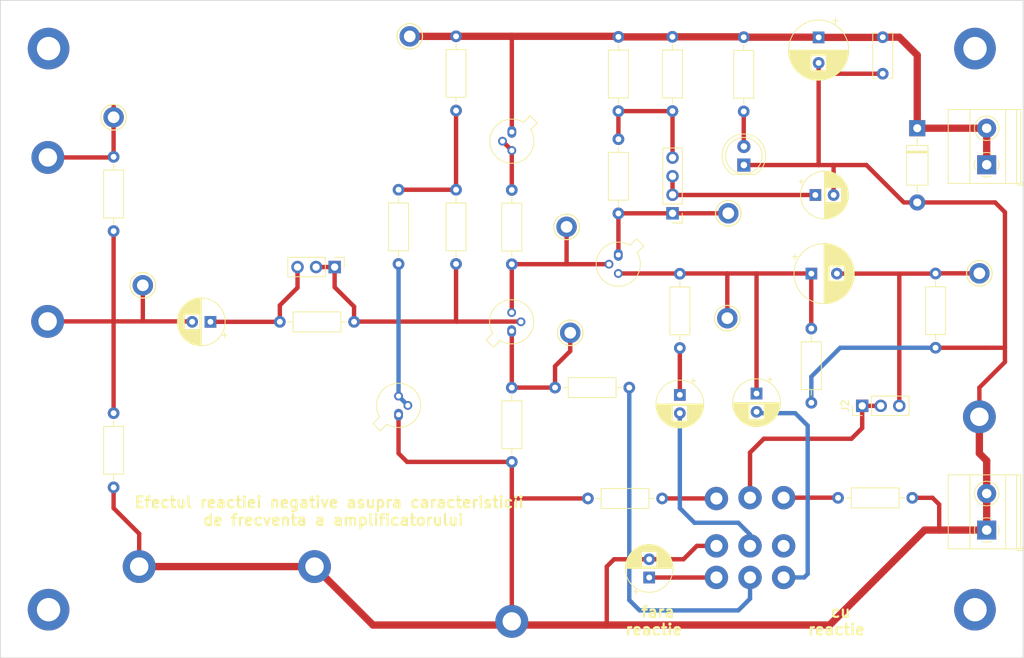
<source format=kicad_pcb>
(kicad_pcb (version 20221018) (generator pcbnew)
  (layers (0 "F.Cu" signal) (31 "B.Cu" signal) (34 "B.Paste" user) (35 "F.Paste" user) (36 "B.SilkS" user "B.Silkscreen") (37 "F.SilkS" user "F.Silkscreen") (38 "B.Mask" user) (39 "F.Mask" user) (44 "Edge.Cuts" user))
  (net 0 "")
  (net 1 "Net-(J1-Pin_3)")
  (net 2 "IN2")
  (net 3 "Net-(Q2-C)")
  (net 4 "Net-(C2-Pad2)")
  (net 5 "Net-(C3-Pad1)")
  (net 6 "GND")
  (net 7 "Net-(C4-Pad1)")
  (net 8 "Net-(C4-Pad2)")
  (net 9 "Net-(J2-Pin_3)")
  (net 10 "Net-(J3-Pin_2)")
  (net 11 "+24V")
  (net 12 "Net-(D1-A)")
  (net 13 "Net-(J1-Pin_1)")
  (net 14 "Net-(J2-Pin_1)")
  (net 15 "Net-(J3-Pin_1)")
  (net 16 "Net-(J3-Pin_4)")
  (net 17 "IN1")
  (net 18 "Net-(Q1-C)")
  (net 19 "Net-(Q1-E)")
  (net 20 "Net-(Q3-B)")
  (net 21 "Net-(Q4-B)")
  (net 22 "Net-(R0XA1-Pad2)")
  (net 23 "Net-(R0XR1-Pad2)")
  (net 24 "Net-(R1-Pad1)")
  (net 25 "Net-(R5-Pad1)")
  (footprint "Resistor_THT:R_Axial_DIN0207_L6.3mm_D2.5mm_P10.16mm_Horizontal" (layer "F.Cu") (at 189.987553 59.648839 90)
    (fp_text reference "R82" hide)
    (fp_text value "15k" hide)
    (pad "1" thru_hole circle (at 0 0 90) (size 1.6 1.6) (drill 0.8) (layers "*.Cu" "*.Mask") (net 16 "Net-(J3-Pin_4)"))
    (pad "2" thru_hole oval (at 10.16 0 90) (size 1.6 1.6) (drill 0.8) (layers "*.Cu" "*.Mask") (net 11 "+24V"))
  )
  (footprint "User_Footprint:TestPoint" (layer "F.Cu") (at 104.5 66)
    (fp_text reference "J6" hide)
    (fp_text value "Conn_01x01_Male" hide)
    (pad "1" thru_hole circle (at 0 0) (size 4.5 4.5) (drill 2.52) (layers "*.Cu" "*.Mask") (net 17 "IN1"))
  )
  (footprint "Capacitor_THT:C_Disc_D6.0mm_W2.5mm_P5.00mm" (layer "F.Cu") (at 218.772224 54.541257 90)
    (fp_text reference "C7" hide)
    (fp_text value "770nF" hide)
    (pad "1" thru_hole circle (at 0 0 90) (size 1.6 1.6) (drill 0.8) (layers "*.Cu" "*.Mask") (net 6 "GND"))
    (pad "2" thru_hole circle (at 5 0 90) (size 1.6 1.6) (drill 0.8) (layers "*.Cu" "*.Mask") (net 11 "+24V"))
  )
  (footprint "Resistor_THT:R_Axial_DIN0207_L6.3mm_D2.5mm_P10.16mm_Horizontal" (layer "F.Cu") (at 182.593972 73.66 90)
    (fp_text reference "R7" hide)
    (fp_text value "100" hide)
    (pad "1" thru_hole circle (at 0 0 90) (size 1.6 1.6) (drill 0.8) (layers "*.Cu" "*.Mask") (net 15 "Net-(J3-Pin_1)"))
    (pad "2" thru_hole oval (at 10.16 0 90) (size 1.6 1.6) (drill 0.8) (layers "*.Cu" "*.Mask") (net 16 "Net-(J3-Pin_4)"))
  )
  (footprint "Resistor_THT:R_Axial_DIN0207_L6.3mm_D2.5mm_P10.16mm_Horizontal" (layer "F.Cu") (at 182.593972 59.66 90)
    (fp_text reference "R81" hide)
    (fp_text value "15k" hide)
    (pad "1" thru_hole circle (at 0 0 90) (size 1.6 1.6) (drill 0.8) (layers "*.Cu" "*.Mask") (net 16 "Net-(J3-Pin_4)"))
    (pad "2" thru_hole oval (at 10.16 0 90) (size 1.6 1.6) (drill 0.8) (layers "*.Cu" "*.Mask") (net 11 "+24V"))
  )
  (footprint "TerminalBlock_Phoenix:TerminalBlock_Phoenix_MKDS-1,5-2_1x02_P5.00mm_Horizontal" (layer "F.Cu") (at 233 117 90)
    (fp_text reference "J5" hide)
    (fp_text value "Screw_Terminal_01x02" hide)
    (pad "1" thru_hole rect (at 0 0 90) (size 2.6 2.6) (drill 1.3) (layers "*.Cu" "*.Mask") (net 6 "GND"))
    (pad "2" thru_hole circle (at 5 0 90) (size 2.6 2.6) (drill 1.3) (layers "*.Cu" "*.Mask") (net 6 "GND"))
  )
  (footprint "Connector_PinHeader_2.54mm:PinHeader_1x04_P2.54mm_Vertical" (layer "F.Cu") (at 190.000463 73.648314 180)
    (fp_text reference "J3" hide)
    (fp_text value "Conn_01x04_Pin" hide)
    (pad "1" thru_hole rect (at 0 0 180) (size 1.7 1.7) (drill 1) (layers "*.Cu" "*.Mask") (net 15 "Net-(J3-Pin_1)"))
    (pad "2" thru_hole oval (at 0 2.54 180) (size 1.7 1.7) (drill 1) (layers "*.Cu" "*.Mask") (net 10 "Net-(J3-Pin_2)"))
    (pad "3" thru_hole oval (at 0 5.08 180) (size 1.7 1.7) (drill 1) (layers "*.Cu" "*.Mask") (net 10 "Net-(J3-Pin_2)"))
    (pad "4" thru_hole oval (at 0 7.62 180) (size 1.7 1.7) (drill 1) (layers "*.Cu" "*.Mask") (net 16 "Net-(J3-Pin_4)"))
  )
  (footprint "Diode_THT:D_DO-41_SOD81_P10.16mm_Horizontal" (layer "F.Cu") (at 223.496668 61.999055 -90)
    (fp_text reference "D2" hide)
    (fp_text value "1N4001" hide)
    (pad "1" thru_hole rect (at 0 0 270) (size 2.2 2.2) (drill 1.1) (layers "*.Cu" "*.Mask") (net 11 "+24V"))
    (pad "2" thru_hole oval (at 10.16 0 270) (size 2.2 2.2) (drill 1.1) (layers "*.Cu" "*.Mask") (net 6 "GND"))
  )
  (footprint "MountingHole:MountingHole_3.2mm_M3_ISO7380_Pad_TopBottom" (layer "F.Cu") (at 231.4 51.1)
    (fp_text reference "H3" hide)
    (fp_text value "MountingHole" hide)
    (pad "1" thru_hole circle (at 0 0) (size 3.6 3.6) (drill 3.2) (layers "*.Cu" "*.Mask"))
    (pad "1" connect circle (at 0 0) (size 5.7 5.7) (layers "F.Cu" "F.Mask"))
    (pad "1" connect circle (at 0 0) (size 5.7 5.7) (layers "B.Cu" "B.Mask"))
  )
  (footprint "User_Footprint:Kesytone TP Multipurpose 5013" (layer "F.Cu") (at 175.5 75.5)
    (fp_text reference "TP11" hide)
    (fp_text value "TestPoint" hide)
    (pad "1" thru_hole circle (at 0 0) (size 2.8 2.8) (drill 1.6) (layers "*.Cu" "*.Mask") (net 18 "Net-(Q1-C)"))
  )
  (footprint "TerminalBlock_Phoenix:TerminalBlock_Phoenix_MKDS-1,5-2_1x02_P5.00mm_Horizontal" (layer "F.Cu") (at 233 67 90)
    (fp_text reference "J4" hide)
    (fp_text value "Screw_Terminal_01x02" hide)
    (pad "1" thru_hole rect (at 0 0 90) (size 2.6 2.6) (drill 1.3) (layers "*.Cu" "*.Mask") (net 11 "+24V"))
    (pad "2" thru_hole circle (at 5 0 90) (size 2.6 2.6) (drill 1.3) (layers "*.Cu" "*.Mask") (net 11 "+24V"))
  )
  (footprint "Resistor_THT:R_Axial_DIN0207_L6.3mm_D2.5mm_P10.16mm_Horizontal" (layer "F.Cu") (at 222.817482 112.588413 180)
    (fp_text reference "R0XR1" hide)
    (fp_text value "133" hide)
    (pad "1" thru_hole circle (at 0 0 180) (size 1.6 1.6) (drill 0.8) (layers "*.Cu" "*.Mask") (net 6 "GND"))
    (pad "2" thru_hole oval (at 10.16 0 180) (size 1.6 1.6) (drill 0.8) (layers "*.Cu" "*.Mask") (net 23 "Net-(R0XR1-Pad2)"))
  )
  (footprint "Resistor_THT:R_Axial_DIN0207_L6.3mm_D2.5mm_P10.16mm_Horizontal" (layer "F.Cu") (at 184.08 97.5 180)
    (fp_text reference "R5" hide)
    (fp_text value "20k" hide)
    (pad "1" thru_hole circle (at 0 0 180) (size 1.6 1.6) (drill 0.8) (layers "*.Cu" "*.Mask") (net 25 "Net-(R5-Pad1)"))
    (pad "2" thru_hole oval (at 10.16 0 180) (size 1.6 1.6) (drill 0.8) (layers "*.Cu" "*.Mask") (net 19 "Net-(Q1-E)"))
  )
  (footprint "User_Footprint:Kesytone TP Multipurpose 5013" (layer "F.Cu") (at 176 90)
    (fp_text reference "TP12" hide)
    (fp_text value "TestPoint" hide)
    (pad "1" thru_hole circle (at 0 0) (size 2.8 2.8) (drill 1.6) (layers "*.Cu" "*.Mask") (net 19 "Net-(Q1-E)"))
  )
  (footprint "Package_TO_SOT_THT:TO-18-3" (layer "F.Cu") (at 167.982957 89.766968 90)
    (fp_text reference "Q1" hide)
    (fp_text value "BCY59" hide)
    (pad "1" thru_hole oval (at 0 0 90) (size 1.6 1.2) (drill 0.7) (layers "*.Cu" "*.Mask") (net 19 "Net-(Q1-E)"))
    (pad "2" thru_hole oval (at 1.27 1.27 90) (size 1.2 1.2) (drill 0.7) (layers "*.Cu" "*.Mask") (net 13 "Net-(J1-Pin_1)"))
    (pad "3" thru_hole oval (at 2.54 0 90) (size 1.2 1.2) (drill 0.7) (layers "*.Cu" "*.Mask") (net 18 "Net-(Q1-C)"))
  )
  (footprint "Resistor_THT:R_Axial_DIN0207_L6.3mm_D2.5mm_P10.16mm_Horizontal" (layer "F.Cu") (at 226 81.887379 -90)
    (fp_text reference "RL1" hide)
    (fp_text value "300k" hide)
    (pad "1" thru_hole circle (at 0 0 270) (size 1.6 1.6) (drill 0.8) (layers "*.Cu" "*.Mask") (net 9 "Net-(J2-Pin_3)"))
    (pad "2" thru_hole oval (at 10.16 0 270) (size 1.6 1.6) (drill 0.8) (layers "*.Cu" "*.Mask") (net 6 "GND"))
  )
  (footprint "Package_TO_SOT_THT:TO-18-3" (layer "F.Cu") (at 152.5 101.21052 90)
    (fp_text reference "Q3" hide)
    (fp_text value "BCY59" hide)
    (pad "1" thru_hole oval (at 0 0 90) (size 1.6 1.2) (drill 0.7) (layers "*.Cu" "*.Mask") (net 6 "GND"))
    (pad "2" thru_hole oval (at 1.27 1.27 90) (size 1.2 1.2) (drill 0.7) (layers "*.Cu" "*.Mask") (net 20 "Net-(Q3-B)"))
    (pad "3" thru_hole oval (at 2.54 0 90) (size 1.2 1.2) (drill 0.7) (layers "*.Cu" "*.Mask") (net 20 "Net-(Q3-B)"))
  )
  (footprint "Capacitor_THT:CP_Radial_D6.3mm_P2.50mm" (layer "F.Cu") (at 186.805686 123.498322 90)
    (fp_text reference "C3" hide)
    (fp_text value "22uF" hide)
    (pad "1" thru_hole rect (at 0 0 90) (size 1.6 1.6) (drill 0.8) (layers "*.Cu" "*.Mask") (net 5 "Net-(C3-Pad1)"))
    (pad "2" thru_hole circle (at 2.5 0 90) (size 1.6 1.6) (drill 0.8) (layers "*.Cu" "*.Mask") (net 6 "GND"))
  )
  (footprint "User_Footprint:TestPoint" (layer "F.Cu") (at 232 101.5)
    (fp_text reference "TP3" hide)
    (fp_text value "TestPoint" hide)
    (pad "1" thru_hole circle (at 0 0) (size 4.5 4.5) (drill 2.52) (layers "*.Cu" "*.Mask") (net 6 "GND"))
  )
  (footprint "Resistor_THT:R_Axial_DIN0207_L6.3mm_D2.5mm_P10.16mm_Horizontal" (layer "F.Cu") (at 136.252957 88.5)
    (fp_text reference "Rix1" hide)
    (fp_text value "56k" hide)
    (pad "1" thru_hole circle (at 0 0) (size 1.6 1.6) (drill 0.8) (layers "*.Cu" "*.Mask") (net 1 "Net-(J1-Pin_3)"))
    (pad "2" thru_hole oval (at 10.16 0) (size 1.6 1.6) (drill 0.8) (layers "*.Cu" "*.Mask") (net 13 "Net-(J1-Pin_1)"))
  )
  (footprint "User_Footprint:TestPoint" (layer "F.Cu") (at 141 122)
    (fp_text reference "TP1" hide)
    (fp_text value "TestPoint" hide)
    (pad "1" thru_hole circle (at 0 0) (size 4.5 4.5) (drill 2.52) (layers "*.Cu" "*.Mask") (net 6 "GND"))
  )
  (footprint "User_Footprint:TestPoint" (layer "F.Cu") (at 117 122)
    (fp_text reference "TP4" hide)
    (fp_text value "TestPoint" hide)
    (pad "1" thru_hole circle (at 0 0) (size 4.5 4.5) (drill 2.52) (layers "*.Cu" "*.Mask") (net 6 "GND"))
  )
  (footprint "Resistor_THT:R_Axial_DIN0207_L6.3mm_D2.5mm_P10.16mm_Horizontal" (layer "F.Cu") (at 113.5 65.92 -90)
    (fp_text reference "R11" hide)
    (fp_text value "2.2k" hide)
    (pad "1" thru_hole circle (at 0 0 270) (size 1.6 1.6) (drill 0.8) (layers "*.Cu" "*.Mask") (net 17 "IN1"))
    (pad "2" thru_hole oval (at 10.16 0 270) (size 1.6 1.6) (drill 0.8) (layers "*.Cu" "*.Mask") (net 2 "IN2"))
  )
  (footprint "User_Footprint:Kesytone TP Multipurpose 5013" (layer "F.Cu") (at 197.632215 73.641464)
    (fp_text reference "TP10" hide)
    (fp_text value "TestPoint" hide)
    (pad "1" thru_hole circle (at 0 0) (size 2.8 2.8) (drill 1.6) (layers "*.Cu" "*.Mask") (net 15 "Net-(J3-Pin_1)"))
  )
  (footprint "Capacitor_THT:CP_Radial_D8.0mm_P3.50mm" (layer "F.Cu") (at 210 49.564687 -90)
    (fp_text reference "C8" hide)
    (fp_text value "330uF" hide)
    (pad "1" thru_hole rect (at 0 0 270) (size 1.6 1.6) (drill 0.8) (layers "*.Cu" "*.Mask") (net 11 "+24V"))
    (pad "2" thru_hole circle (at 3.5 0 270) (size 1.6 1.6) (drill 0.8) (layers "*.Cu" "*.Mask") (net 6 "GND"))
  )
  (footprint "MountingHole:MountingHole_3.2mm_M3_ISO7380_Pad_TopBottom" (layer "F.Cu") (at 104.6 51.1)
    (fp_text reference "H2" hide)
    (fp_text value "MountingHole" hide)
    (pad "1" thru_hole circle (at 0 0) (size 3.6 3.6) (drill 3.2) (layers "*.Cu" "*.Mask"))
    (pad "1" connect circle (at 0 0) (size 5.7 5.7) (layers "F.Cu" "F.Mask"))
    (pad "1" connect circle (at 0 0) (size 5.7 5.7) (layers "B.Cu" "B.Mask"))
  )
  (footprint "Resistor_THT:R_Axial_DIN0207_L6.3mm_D2.5mm_P10.16mm_Horizontal" (layer "F.Cu") (at 199.7458 49.539662 -90)
    (fp_text reference "R13" hide)
    (fp_text value "5 k" hide)
    (pad "1" thru_hole circle (at 0 0 270) (size 1.6 1.6) (drill 0.8) (layers "*.Cu" "*.Mask") (net 11 "+24V"))
    (pad "2" thru_hole oval (at 10.16 0 270) (size 1.6 1.6) (drill 0.8) (layers "*.Cu" "*.Mask") (net 12 "Net-(D1-A)"))
  )
  (footprint "User_Footprint:Kesytone TP Multipurpose 5013" (layer "F.Cu") (at 197.5 88)
    (fp_text reference "TP9" hide)
    (fp_text value "TestPoint" hide)
    (pad "1" thru_hole circle (at 0 0) (size 2.8 2.8) (drill 1.6) (layers "*.Cu" "*.Mask") (net 3 "Net-(Q2-C)"))
  )
  (footprint "User_Footprint:TestPoint" (layer "F.Cu") (at 168 129.5)
    (fp_text reference "TP2" hide)
    (fp_text value "TestPoint" hide)
    (pad "1" thru_hole circle (at 0 0) (size 4.5 4.5) (drill 2.52) (layers "*.Cu" "*.Mask") (net 6 "GND"))
  )
  (footprint "User_Footprint:GF-161-0005" (layer "F.Cu") (at 200.608409 121.326361 180)
    (fp_text reference "S1" hide)
    (fp_text value "GF-161-0005" hide)
    (pad "1" thru_hole circle (at -4.6 -2.16 180) (size 3.2 3.2) (drill 1.65) (layers "*.Cu" "*.Mask") (net 4 "Net-(C2-Pad2)"))
    (pad "2" thru_hole circle (at 0 -2.16 180) (size 3.2 3.2) (drill 1.65) (layers "*.Cu" "*.Mask") (net 25 "Net-(R5-Pad1)"))
    (pad "3" thru_hole circle (at 4.6 -2.16 180) (size 3.2 3.2) (drill 1.65) (layers "*.Cu" "*.Mask") (net 5 "Net-(C3-Pad1)"))
    (pad "4" thru_hole circle (at -4.6 2.16 180) (size 3.2 3.2) (drill 1.65) (layers "*.Cu" "*.Mask"))
    (pad "5" thru_hole circle (at 0 2.16 180) (size 3.2 3.2) (drill 1.65) (layers "*.Cu" "*.Mask") (net 8 "Net-(C4-Pad2)"))
    (pad "6" thru_hole circle (at 4.6 2.16 180) (size 3.2 3.2) (drill 1.65) (layers "*.Cu" "*.Mask") (net 6 "GND"))
    (pad "7" thru_hole circle (at -4.6 8.76 180) (size 3.2 3.2) (drill 1.65) (layers "*.Cu" "*.Mask") (net 23 "Net-(R0XR1-Pad2)"))
    (pad "8" thru_hole circle (at 0 8.76 180) (size 3.2 3.2) (drill 1.65) (layers "*.Cu" "*.Mask") (net 14 "Net-(J2-Pin_1)"))
    (pad "9" thru_hole circle (at 4.6 8.64 180) (size 3.2 3.2) (drill 1.65) (layers "*.Cu" "*.Mask") (net 22 "Net-(R0XA1-Pad2)"))
  )
  (footprint "Package_TO_SOT_THT:TO-18-3" (layer "F.Cu") (at 168.003153 62.506445 -90)
    (fp_text reference "Q4" hide)
    (fp_text value "BCY79" hide)
    (pad "1" thru_hole oval (at 0 0 270) (size 1.6 1.2) (drill 0.7) (layers "*.Cu" "*.Mask") (net 11 "+24V"))
    (pad "2" thru_hole oval (at 1.27 1.27 270) (size 1.2 1.2) (drill 0.7) (layers "*.Cu" "*.Mask") (net 21 "Net-(Q4-B)"))
    (pad "3" thru_hole oval (at 2.54 0 270) (size 1.2 1.2) (drill 0.7) (layers "*.Cu" "*.Mask") (net 21 "Net-(Q4-B)"))
  )
  (footprint "User_Footprint:Kesytone TP Multipurpose 5013" (layer "F.Cu") (at 232 81.862658)
    (fp_text reference "TP5" hide)
    (fp_text value "TestPoint" hide)
    (pad "1" thru_hole circle (at 0 0) (size 2.8 2.8) (drill 1.6) (layers "*.Cu" "*.Mask") (net 9 "Net-(J2-Pin_3)"))
  )
  (footprint "User_Footprint:TestPoint" (layer "F.Cu") (at 104.469226 88.438745)
    (fp_text reference "J7" hide)
    (fp_text value "Conn_01x01_Male" hide)
    (pad "1" thru_hole circle (at 0 0) (size 4.5 4.5) (drill 2.52) (layers "*.Cu" "*.Mask") (net 2 "IN2"))
  )
  (footprint "MountingHole:MountingHole_3.2mm_M3_ISO7380_Pad_TopBottom" (layer "F.Cu") (at 104.6 127.9)
    (fp_text reference "H1" hide)
    (fp_text value "MountingHole" hide)
    (pad "1" thru_hole circle (at 0 0) (size 3.6 3.6) (drill 3.2) (layers "*.Cu" "*.Mask"))
    (pad "1" connect circle (at 0 0) (size 5.7 5.7) (layers "F.Cu" "F.Mask"))
    (pad "1" connect circle (at 0 0) (size 5.7 5.7) (layers "B.Cu" "B.Mask"))
  )
  (footprint "Resistor_THT:R_Axial_DIN0207_L6.3mm_D2.5mm_P10.16mm_Horizontal" (layer "F.Cu") (at 160.370184 80.58 90)
    (fp_text reference "R3" hide)
    (fp_text value "100k" hide)
    (pad "1" thru_hole circle (at 0 0 90) (size 1.6 1.6) (drill 0.8) (layers "*.Cu" "*.Mask") (net 13 "Net-(J1-Pin_1)"))
    (pad "2" thru_hole oval (at 10.16 0 90) (size 1.6 1.6) (drill 0.8) (layers "*.Cu" "*.Mask") (net 24 "Net-(R1-Pad1)"))
  )
  (footprint "LED_THT:LED_D5.0mm" (layer "F.Cu") (at 199.764839 67.04 90)
    (fp_text reference "D1" hide)
    (fp_text value "LED" hide)
    (pad "1" thru_hole rect (at 0 0 90) (size 1.8 1.8) (drill 0.9) (layers "*.Cu" "*.Mask") (net 6 "GND"))
    (pad "2" thru_hole circle (at 2.54 0 90) (size 1.8 1.8) (drill 0.9) (layers "*.Cu" "*.Mask") (net 12 "Net-(D1-A)"))
  )
  (footprint "User_Footprint:Kesytone TP Multipurpose 5013" (layer "F.Cu") (at 113.5 60.5)
    (fp_text reference "TP7" hide)
    (fp_text value "TestPoint" hide)
    (pad "1" thru_hole circle (at 0 0) (size 2.8 2.8) (drill 1.6) (layers "*.Cu" "*.Mask") (net 17 "IN1"))
  )
  (footprint "Resistor_THT:R_Axial_DIN0207_L6.3mm_D2.5mm_P10.16mm_Horizontal" (layer "F.Cu") (at 113.5 101 -90)
    (fp_text reference "R12" hide)
    (fp_text value "22" hide)
    (pad "1" thru_hole circle (at 0 0 270) (size 1.6 1.6) (drill 0.8) (layers "*.Cu" "*.Mask") (net 2 "IN2"))
    (pad "2" thru_hole oval (at 10.16 0 270) (size 1.6 1.6) (drill 0.8) (layers "*.Cu" "*.Mask") (net 6 "GND"))
  )
  (footprint "Package_TO_SOT_THT:TO-18-3" (layer "F.Cu") (at 182.577885 79.342008 -90)
    (fp_text reference "Q2" hide)
    (fp_text value "BCY79" hide)
    (pad "1" thru_hole oval (at 0 0 270) (size 1.6 1.2) (drill 0.7) (layers "*.Cu" "*.Mask") (net 15 "Net-(J3-Pin_1)"))
    (pad "2" thru_hole oval (at 1.27 1.27 270) (size 1.2 1.2) (drill 0.7) (layers "*.Cu" "*.Mask") (net 18 "Net-(Q1-C)"))
    (pad "3" thru_hole oval (at 2.54 0 270) (size 1.2 1.2) (drill 0.7) (layers "*.Cu" "*.Mask") (net 3 "Net-(Q2-C)"))
  )
  (footprint "Capacitor_THT:CP_Radial_D6.3mm_P2.50mm" (layer "F.Cu") (at 191 98.5 -90)
    (fp_text reference "C4" hide)
    (fp_text value "22uF" hide)
    (pad "1" thru_hole rect (at 0 0 270) (size 1.6 1.6) (drill 0.8) (layers "*.Cu" "*.Mask") (net 7 "Net-(C4-Pad1)"))
    (pad "2" thru_hole circle (at 2.5 0 270) (size 1.6 1.6) (drill 0.8) (layers "*.Cu" "*.Mask") (net 8 "Net-(C4-Pad2)"))
  )
  (footprint "Capacitor_THT:CP_Radial_D8.0mm_P3.50mm" (layer "F.Cu") (at 209 81.90041)
    (fp_text reference "C5" hide)
    (fp_text value "100uF" hide)
    (pad "1" thru_hole rect (at 0 0) (size 1.6 1.6) (drill 0.8) (layers "*.Cu" "*.Mask") (net 3 "Net-(Q2-C)"))
    (pad "2" thru_hole circle (at 3.5 0) (size 1.6 1.6) (drill 0.8) (layers "*.Cu" "*.Mask") (net 9 "Net-(J2-Pin_3)"))
  )
  (footprint "Connector_PinHeader_2.54mm:PinHeader_1x03_P2.54mm_Vertical" (layer "F.Cu") (at 215.96 100 90)
    (fp_text reference "J2" (at 0 -2.33 90) (layer "F.SilkS"))
    (fp_text value "Conn_01x03_Pin" hide)
    (pad "1" thru_hole rect (at 0 0 90) (size 1.7 1.7) (drill 1) (layers "*.Cu" "*.Mask") (net 14 "Net-(J2-Pin_1)"))
    (pad "2" thru_hole oval (at 0 2.54 90) (size 1.7 1.7) (drill 1) (layers "*.Cu" "*.Mask") (net 14 "Net-(J2-Pin_1)"))
    (pad "3" thru_hole oval (at 0 5.08 90) (size 1.7 1.7) (drill 1) (layers "*.Cu" "*.Mask") (net 9 "Net-(J2-Pin_3)"))
  )
  (footprint "Resistor_THT:R_Axial_DIN0207_L6.3mm_D2.5mm_P10.16mm_Horizontal" (layer "F.Cu") (at 168 80.616136 90)
    (fp_text reference "R6" hide)
    (fp_text value "15k" hide)
    (pad "1" thru_hole circle (at 0 0 90) (size 1.6 1.6) (drill 0.8) (layers "*.Cu" "*.Mask") (net 18 "Net-(Q1-C)"))
    (pad "2" thru_hole oval (at 10.16 0 90) (size 1.6 1.6) (drill 0.8) (layers "*.Cu" "*.Mask") (net 21 "Net-(Q4-B)"))
  )
  (footprint "Capacitor_THT:CP_Radial_D6.3mm_P2.50mm" (layer "F.Cu") (at 209.54698 71.140183)
    (fp_text reference "C6" hide)
    (fp_text value "22uF" hide)
    (pad "1" thru_hole rect (at 0 0) (size 1.6 1.6) (drill 0.8) (layers "*.Cu" "*.Mask") (net 10 "Net-(J3-Pin_2)"))
    (pad "2" thru_hole circle (at 2.5 0) (size 1.6 1.6) (drill 0.8) (layers "*.Cu" "*.Mask") (net 6 "GND"))
  )
  (footprint "Capacitor_THT:CP_Radial_D6.3mm_P2.50mm" (layer "F.Cu") (at 126.752957 88.5 180)
    (fp_text reference "C1" hide)
    (fp_text value "22uF" hide)
    (pad "1" thru_hole rect (at 0 0 180) (size 1.6 1.6) (drill 0.8) (layers "*.Cu" "*.Mask") (net 1 "Net-(J1-Pin_3)"))
    (pad "2" thru_hole circle (at 2.5 0 180) (size 1.6 1.6) (drill 0.8) (layers "*.Cu" "*.Mask") (net 2 "IN2"))
  )
  (footprint "Resistor_THT:R_Axial_DIN0207_L6.3mm_D2.5mm_P10.16mm_Horizontal" (layer "F.Cu") (at 160.370184 59.58 90)
    (fp_text reference "R1" hide)
    (fp_text value "18k" hide)
    (pad "1" thru_hole circle (at 0 0 90) (size 1.6 1.6) (drill 0.8) (layers "*.Cu" "*.Mask") (net 24 "Net-(R1-Pad1)"))
    (pad "2" thru_hole oval (at 10.16 0 90) (size 1.6 1.6) (drill 0.8) (layers "*.Cu" "*.Mask") (net 11 "+24V"))
  )
  (footprint "Resistor_THT:R_Axial_DIN0207_L6.3mm_D2.5mm_P10.16mm_Horizontal" (layer "F.Cu") (at 178.42 112.673505)
    (fp_text reference "R0XA1" hide)
    (fp_text value "1.8k" hide)
    (pad "1" thru_hole circle (at 0 0) (size 1.6 1.6) (drill 0.8) (layers "*.Cu" "*.Mask") (net 6 "GND"))
    (pad "2" thru_hole oval (at 10.16 0) (size 1.6 1.6) (drill 0.8) (layers "*.Cu" "*.Mask") (net 22 "Net-(R0XA1-Pad2)"))
  )
  (footprint "User_Footprint:Kesytone TP Multipurpose 5013" (layer "F.Cu") (at 154.030866 49.427642)
    (fp_text reference "TP8" hide)
    (fp_text value "TestPoint" hide)
    (pad "1" thru_hole circle (at 0 0) (size 2.8 2.8) (drill 1.6) (layers "*.Cu" "*.Mask") (net 11 "+24V"))
  )
  (footprint "Resistor_THT:R_Axial_DIN0207_L6.3mm_D2.5mm_P10.16mm_Horizontal" (layer "F.Cu") (at 209 99.58 90)
    (fp_text reference "R9" hide)
    (fp_text value "2.2k" hide)
    (pad "1" thru_hole circle (at 0 0 90) (size 1.6 1.6) (drill 0.8) (layers "*.Cu" "*.Mask") (net 6 "GND"))
    (pad "2" thru_hole oval (at 10.16 0 90) (size 1.6 1.6) (drill 0.8) (layers "*.Cu" "*.Mask") (net 3 "Net-(Q2-C)"))
  )
  (footprint "User_Footprint:Kesytone TP Multipurpose 5013" (layer "F.Cu") (at 117.5 83.5)
    (fp_text reference "TP6" hide)
    (fp_text value "TestPoint" hide)
    (pad "1" thru_hole circle (at 0 0) (size 2.8 2.8) (drill 1.6) (layers "*.Cu" "*.Mask") (net 2 "IN2"))
  )
  (footprint "Resistor_THT:R_Axial_DIN0207_L6.3mm_D2.5mm_P10.16mm_Horizontal" (layer "F.Cu") (at 152.5 80.58 90)
    (fp_text reference "R2" hide)
    (fp_text value "2.2k" hide)
    (pad "1" thru_hole circle (at 0 0 90) (size 1.6 1.6) (drill 0.8) (layers "*.Cu" "*.Mask") (net 20 "Net-(Q3-B)"))
    (pad "2" thru_hole oval (at 10.16 0 90) (size 1.6 1.6) (drill 0.8) (layers "*.Cu" "*.Mask") (net 24 "Net-(R1-Pad1)"))
  )
  (footprint "Connector_PinHeader_2.54mm:PinHeader_1x03_P2.54mm_Vertical" (layer "F.Cu") (at 143.752957 81 -90)
    (fp_text reference "J1" hide)
    (fp_text value "Conn_01x03_Pin" hide)
    (pad "1" thru_hole rect (at 0 0 270) (size 1.7 1.7) (drill 1) (layers "*.Cu" "*.Mask") (net 13 "Net-(J1-Pin_1)"))
    (pad "2" thru_hole oval (at 0 2.54 270) (size 1.7 1.7) (drill 1) (layers "*.Cu" "*.Mask") (net 13 "Net-(J1-Pin_1)"))
    (pad "3" thru_hole oval (at 0 5.08 270) (size 1.7 1.7) (drill 1) (layers "*.Cu" "*.Mask") (net 1 "Net-(J1-Pin_3)"))
  )
  (footprint "Capacitor_THT:CP_Radial_D6.3mm_P2.50mm" (layer "F.Cu") (at 201.5 98.317621 -90)
    (fp_text reference "C2" hide)
    (fp_text value "22uF" hide)
    (pad "1" thru_hole rect (at 0 0 270) (size 1.6 1.6) (drill 0.8) (layers "*.Cu" "*.Mask") (net 3 "Net-(Q2-C)"))
    (pad "2" thru_hole circle (at 2.5 0 270) (size 1.6 1.6) (drill 0.8) (layers "*.Cu" "*.Mask") (net 4 "Net-(C2-Pad2)"))
  )
  (footprint "Resistor_THT:R_Axial_DIN0207_L6.3mm_D2.5mm_P10.16mm_Horizontal" (layer "F.Cu") (at 191 92.08 90)
    (fp_text reference "R10" hide)
    (fp_text value "22k" hide)
    (pad "1" thru_hole circle (at 0 0 90) (size 1.6 1.6) (drill 0.8) (layers "*.Cu" "*.Mask") (net 7 "Net-(C4-Pad1)"))
    (pad "2" thru_hole oval (at 10.16 0 90) (size 1.6 1.6) (drill 0.8) (layers "*.Cu" "*.Mask") (net 3 "Net-(Q2-C)"))
  )
  (footprint "Resistor_THT:R_Axial_DIN0207_L6.3mm_D2.5mm_P10.16mm_Horizontal" (layer "F.Cu") (at 168.001127 107.671001 90)
    (fp_text reference "R4" hide)
    (fp_text value "2k" hide)
    (pad "1" thru_hole circle (at 0 0 90) (size 1.6 1.6) (drill 0.8) (layers "*.Cu" "*.Mask") (net 6 "GND"))
    (pad "2" thru_hole oval (at 10.16 0 90) (size 1.6 1.6) (drill 0.8) (layers "*.Cu" "*.Mask") (net 19 "Net-(Q1-E)"))
  )
  (footprint "MountingHole:MountingHole_3.2mm_M3_ISO7380_Pad_TopBottom" (layer "F.Cu") (at 231.4 127.9)
    (fp_text reference "H4" hide)
    (fp_text value "MountingHole" hide)
    (pad "1" thru_hole circle (at 0 0) (size 3.6 3.6) (drill 3.2) (layers "*.Cu" "*.Mask"))
    (pad "1" connect circle (at 0 0) (size 5.7 5.7) (layers "F.Cu" "F.Mask"))
    (pad "1" connect circle (at 0 0) (size 5.7 5.7) (layers "B.Cu" "B.Mask"))
  )
  (gr_rect (start 98 44.5) (end 238 134.5) (stroke (width 0.1)) (fill none) (layer "Edge.Cuts"))
  (gr_text "cu\nreactie " (at 213 131.5) (layer "F.SilkS") (effects (font (size 1.5 1.5) (thickness 0.3) bold) (justify bottom)))
  (gr_text "Efectul reactiei negative asupra caracteristicii\n de frecventa a amplificatorului" (at 143 116.5) (layer "F.SilkS") (effects (font (size 1.5 1.5) (thickness 0.3) bold) (justify bottom)))
  (gr_text "fara\nreactie " (at 188 131.5) (layer "F.SilkS") (effects (font (size 1.5 1.5) (thickness 0.3) bold) (justify bottom)))
  (segment (start 136.252957 88.5) (end 136.252957 86.247043) (width 0.6) (layer "F.Cu") (net 1))
  (segment (start 126.752957 88.5) (end 136.252957 88.5) (width 0.6) (layer "F.Cu") (net 1))
  (segment (start 136.252957 86.247043) (end 138.672957 83.827043) (width 0.6) (layer "F.Cu") (net 1))
  (segment (start 138.672957 83.827043) (end 138.672957 81) (width 0.6) (layer "F.Cu") (net 1))
  (segment (start 117.5 83.5) (end 117.5 88.438745) (width 0.6) (layer "F.Cu") (net 2))
  (segment (start 117.5 88.438745) (end 124.191702 88.438745) (width 0.6) (layer "F.Cu") (net 2))
  (segment (start 104.469226 88.438745) (end 117.5 88.438745) (width 0.6) (layer "F.Cu") (net 2))
  (segment (start 124.191702 88.438745) (end 124.252957 88.5) (width 0.6) (layer "F.Cu") (net 2))
  (segment (start 113.5 76.08) (end 113.5 101) (width 0.6) (layer "F.Cu") (net 2))
  (segment (start 197.5 81.882008) (end 201.5 81.882008) (width 0.6) (layer "F.Cu") (net 3))
  (segment (start 201.5 98.317621) (end 201.5 81.882008) (width 0.6) (layer "F.Cu") (net 3))
  (segment (start 201.5 81.882008) (end 208.981598 81.882008) (width 0.6) (layer "F.Cu") (net 3))
  (segment (start 208.985562 89.705658) (end 208.985562 81.914848) (width 0.6) (layer "F.Cu") (net 3))
  (segment (start 197.5 88) (end 197.5 81.882008) (width 0.6) (layer "F.Cu") (net 3))
  (segment (start 208.985562 81.914848) (end 209 81.90041) (width 0.6) (layer "F.Cu") (net 3))
  (segment (start 208.981598 81.882008) (end 209 81.90041) (width 0.6) (layer "F.Cu") (net 3))
  (segment (start 182.577885 81.882008) (end 197.5 81.882008) (width 0.6) (layer "F.Cu") (net 3))
  (segment (start 208.013639 123.486361) (end 208.5 123) (width 0.6) (layer "B.Cu") (net 4))
  (segment (start 208.5 123) (end 208.5 102.704405) (width 0.6) (layer "B.Cu") (net 4))
  (segment (start 206.795595 101) (end 201.682379 101) (width 0.6) (layer "B.Cu") (net 4))
  (segment (start 205.208409 123.486361) (end 208.013639 123.486361) (width 0.6) (layer "B.Cu") (net 4))
  (segment (start 201.682379 101) (end 201.5 100.817621) (width 0.6) (layer "B.Cu") (net 4))
  (segment (start 208.5 102.704405) (end 206.795595 101) (width 0.6) (layer "B.Cu") (net 4))
  (segment (start 195.996448 123.498322) (end 196.008409 123.486361) (width 0.6) (layer "F.Cu") (net 5))
  (segment (start 186.805686 123.498322) (end 195.996448 123.498322) (width 0.6) (layer "F.Cu") (net 5))
  (segment (start 226.5 113.5) (end 226.5 117) (width 0.6) (layer "F.Cu") (net 6))
  (segment (start 211.5 130) (end 181 130) (width 1) (layer "F.Cu") (net 6))
  (segment (start 234.159055 72.159055) (end 223.496668 72.159055) (width 0.6) (layer "F.Cu") (net 6))
  (segment (start 193.333639 119.166361) (end 196.008409 119.166361) (width 0.6) (layer "F.Cu") (net 6))
  (segment (start 186.805686 120.998322) (end 182.001678 120.998322) (width 0.6) (layer "F.Cu") (net 6))
  (segment (start 216.54 67.04) (end 221.659055 72.159055) (width 0.6) (layer "F.Cu") (net 6))
  (segment (start 212.04698 71.140183) (end 212.04698 67.08698) (width 0.6) (layer "F.Cu") (net 6))
  (segment (start 233 112) (end 233 113.5) (width 1) (layer "F.Cu") (net 6))
  (segment (start 235.5 94) (end 232 97.5) (width 0.6) (layer "F.Cu") (net 6))
  (segment (start 235.452621 92.047379) (end 235.5 92) (width 0.6) (layer "F.Cu") (net 6))
  (segment (start 232 106.5) (end 233 107.5) (width 1) (layer "F.Cu") (net 6))
  (segment (start 233 113.5) (end 233 117) (width 1) (layer "F.Cu") (net 6))
  (segment (start 222.817482 112.588413) (end 225.588413 112.588413) (width 0.6) (layer "F.Cu") (net 6))
  (segment (start 152.5 101.21052) (end 152.5 106.5) (width 0.6) (layer "F.Cu") (net 6))
  (segment (start 221.659055 72.159055) (end 223.496668 72.159055) (width 0.6) (layer "F.Cu") (net 6))
  (segment (start 211.5 130) (end 224.5 117) (width 1) (layer "F.Cu") (net 6))
  (segment (start 168.327622 112.673505) (end 168.001127 113) (width 0.6) (layer "F.Cu") (net 6))
  (segment (start 212.04698 67.08698) (end 212 67.04) (width 0.6) (layer "F.Cu") (net 6))
  (segment (start 235.5 92) (end 235.5 94) (width 0.6) (layer "F.Cu") (net 6))
  (segment (start 191.501678 120.998322) (end 193.333639 119.166361) (width 0.6) (layer "F.Cu") (net 6))
  (segment (start 168.001127 129.998873) (end 168 130) (width 0.6) (layer "F.Cu") (net 6))
  (segment (start 186.805686 120.998322) (end 191.501678 120.998322) (width 0.6) (layer "F.Cu") (net 6))
  (segment (start 211.5 130) (end 222.817482 118.682518) (width 0.6) (layer "F.Cu") (net 6))
  (segment (start 149 130) (end 168 130) (width 1) (layer "F.Cu") (net 6))
  (segment (start 232.952621 92.047379) (end 235.452621 92.047379) (width 0.6) (layer "F.Cu") (net 6))
  (segment (start 168.001127 113) (end 168.001127 129.998873) (width 0.6) (layer "F.Cu") (net 6))
  (segment (start 226.5 117) (end 233 117) (width 1) (layer "F.Cu") (net 6))
  (segment (start 168.001127 107.671001) (end 168.001127 113) (width 0.6) (layer "F.Cu") (net 6))
  (segment (start 218.772224 54.541257) (end 210.041257 54.541257) (width 0.6) (layer "F.Cu") (net 6))
  (segment (start 153.671001 107.671001) (end 168.001127 107.671001) (width 0.6) (layer "F.Cu") (net 6))
  (segment (start 232.411587 112.588413) (end 233 112) (width 0.6) (layer "F.Cu") (net 6))
  (segment (start 178.42 112.673505) (end 168.327622 112.673505) (width 0.6) (layer "F.Cu") (net 6))
  (segment (start 181 130) (end 168 130) (width 1) (layer "F.Cu") (net 6))
  (segment (start 225.588413 112.588413) (end 226.5 113.5) (width 0.6) (layer "F.Cu") (net 6))
  (segment (start 233 107.5) (end 233 113.5) (width 1) (layer "F.Cu") (net 6))
  (segment (start 152.5 106.5) (end 153.671001 107.671001) (width 0.6) (layer "F.Cu") (net 6))
  (segment (start 210.041257 54.541257) (end 210 54.5) (width 0.6) (layer "F.Cu") (net 6))
  (segment (start 232 97.5) (end 232 101.5) (width 0.6) (layer "F.Cu") (net 6))
  (segment (start 212 67.04) (end 216.54 67.04) (width 0.6) (layer "F.Cu") (net 6))
  (segment (start 235.5 92) (end 235.5 73.5) (width 0.6) (layer "F.Cu") (net 6))
  (segment (start 181 122) (end 181 130) (width 0.6) (layer "F.Cu") (net 6))
  (segment (start 117 117.5) (end 117 122) (width 0.6) (layer "F.Cu") (net 6))
  (segment (start 232 101.5) (end 232 106.5) (width 1) (layer "F.Cu") (net 6))
  (segment (start 117 122) (end 141 122) (width 1) (layer "F.Cu") (net 6))
  (segment (start 113.5 114) (end 117 117.5) (width 0.6) (layer "F.Cu") (net 6))
  (segment (start 210 54.5) (end 210 67.04) (width 0.6) (layer "F.Cu") (net 6))
  (segment (start 210 67.04) (end 212 67.04) (width 0.6) (layer "F.Cu") (net 6))
  (segment (start 182.001678 120.998322) (end 181 122) (width 0.6) (layer "F.Cu") (net 6))
  (segment (start 210 53.064687) (end 210 54.5) (width 0.6) (layer "F.Cu") (net 6))
  (segment (start 199.764839 67.04) (end 210 67.04) (width 0.6) (layer "F.Cu") (net 6))
  (segment (start 235.5 73.5) (end 234.159055 72.159055) (width 0.6) (layer "F.Cu") (net 6))
  (segment (start 224.5 117) (end 226.5 117) (width 1) (layer "F.Cu") (net 6))
  (segment (start 141 122) (end 149 130) (width 1) (layer "F.Cu") (net 6))
  (segment (start 226 92.047379) (end 232.952621 92.047379) (width 0.6) (layer "F.Cu") (net 6))
  (segment (start 113.5 111.16) (end 113.5 114) (width 0.6) (layer "F.Cu") (net 6))
  (segment (start 226 92.047379) (end 212.952621 92.047379) (width 0.6) (layer "B.Cu") (net 6))
  (segment (start 209 96) (end 209 99.58) (width 0.6) (layer "B.Cu") (net 6))
  (segment (start 212.952621 92.047379) (end 209 96) (width 0.6) (layer "B.Cu") (net 6))
  (segment (start 191 92.08) (end 191 98.5) (width 0.6) (layer "F.Cu") (net 7))
  (segment (start 200.608409 117.608409) (end 200.608409 119.166361) (width 0.6) (layer "B.Cu") (net 8))
  (segment (start 193 116) (end 199 116) (width 0.6) (layer "B.Cu") (net 8))
  (segment (start 199 116) (end 200.608409 117.608409) (width 0.6) (layer "B.Cu") (net 8))
  (segment (start 191 101) (end 191 114) (width 0.6) (layer "B.Cu") (net 8))
  (segment (start 191 114) (end 193 116) (width 0.6) (layer "B.Cu") (net 8))
  (segment (start 212.5 81.90041) (end 221 81.90041) (width 0.6) (layer "F.Cu") (net 9))
  (segment (start 232.094913 81.862658) (end 226.024721 81.862658) (width 0.6) (layer "F.Cu") (net 9))
  (segment (start 221 81.90041) (end 225.986969 81.90041) (width 0.6) (layer "F.Cu") (net 9))
  (segment (start 225.986969 81.90041) (end 226 81.887379) (width 0.6) (layer "F.Cu") (net 9))
  (segment (start 226.024721 81.862658) (end 226 81.887379) (width 0.6) (layer "F.Cu") (net 9))
  (segment (start 221.04 81.94041) (end 221 81.90041) (width 0.6) (layer "F.Cu") (net 9))
  (segment (start 221.04 100) (end 221.04 81.94041) (width 0.6) (layer "F.Cu") (net 9))
  (segment (start 209.54698 71.140183) (end 190.032332 71.140183) (width 0.6) (layer "F.Cu") (net 10))
  (segment (start 190.000463 71.108314) (end 190.000463 68.568314) (width 0.6) (layer "F.Cu") (net 10))
  (segment (start 190.032332 71.140183) (end 190.000463 71.108314) (width 0.6) (layer "F.Cu") (net 10))
  (segment (start 189.987553 49.488839) (end 199.694977 49.488839) (width 1) (layer "F.Cu") (net 11))
  (segment (start 232.999055 61.999055) (end 233 62) (width 1) (layer "F.Cu") (net 11))
  (segment (start 168 49.42) (end 182.513972 49.42) (width 1) (layer "F.Cu") (net 11))
  (segment (start 218.748794 49.564687) (end 218.772224 49.541257) (width 1) (layer "F.Cu") (net 11))
  (segment (start 218.772224 49.541257) (end 221.041257 49.541257) (width 1) (layer "F.Cu") (net 11))
  (segment (start 160.362542 49.427642) (end 160.370184 49.42) (width 1) (layer "F.Cu") (net 11))
  (segment (start 210 49.564687) (end 218.748794 49.564687) (width 1) (layer "F.Cu") (net 11))
  (segment (start 182.513972 49.42) (end 182.593972 49.5) (width 1) (layer "F.Cu") (net 11))
  (segment (start 209.974975 49.539662) (end 210 49.564687) (width 1) (layer "F.Cu") (net 11))
  (segment (start 233 67) (end 233 62) (width 1) (layer "F.Cu") (net 11))
  (segment (start 168.003153 62.506445) (end 168.003153 49.423153) (width 0.6) (layer "F.Cu") (net 11))
  (segment (start 223.496668 61.999055) (end 232.999055 61.999055) (width 1) (layer "F.Cu") (net 11))
  (segment (start 221.041257 49.541257) (end 223.496668 51.996668) (width 1) (layer "F.Cu") (net 11))
  (segment (start 199.694977 49.488839) (end 199.7458 49.539662) (width 1) (layer "F.Cu") (net 11))
  (segment (start 182.593972 49.5) (end 189.976392 49.5) (width 1) (layer "F.Cu") (net 11))
  (segment (start 168.003153 49.423153) (end 168 49.42) (width 0.6) (layer "F.Cu") (net 11))
  (segment (start 154.030866 49.427642) (end 160.362542 49.427642) (width 1) (layer "F.Cu") (net 11))
  (segment (start 223.496668 51.996668) (end 223.496668 61.999055) (width 1) (layer "F.Cu") (net 11))
  (segment (start 160.370184 49.42) (end 168 49.42) (width 1) (layer "F.Cu") (net 11))
  (segment (start 199.7458 49.539662) (end 209.974975 49.539662) (width 1) (layer "F.Cu") (net 11))
  (segment (start 189.976392 49.5) (end 189.987553 49.488839) (width 1) (layer "F.Cu") (net 11))
  (segment (start 199.7458 59.699662) (end 199.7458 64.480961) (width 0.6) (layer "F.Cu") (net 12))
  (segment (start 199.7458 64.480961) (end 199.764839 64.5) (width 0.6) (layer "F.Cu") (net 12))
  (segment (start 160.370184 80.58) (end 160.370184 88.337152) (width 0.6) (layer "F.Cu") (net 13))
  (segment (start 143.752957 81) (end 143.752957 83.752957) (width 0.6) (layer "F.Cu") (net 13))
  (segment (start 146.412957 88.5) (end 146.445989 88.466968) (width 0.6) (layer "F.Cu") (net 13))
  (segment (start 143.752957 83.752957) (end 146.412957 86.412957) (width 0.6) (layer "F.Cu") (net 13))
  (segment (start 160.5 88.466968) (end 169.222957 88.466968) (width 0.6) (layer "F.Cu") (net 13))
  (segment (start 141.212957 81) (end 143.752957 81) (width 0.6) (layer "F.Cu") (net 13))
  (segment (start 160.370184 88.337152) (end 160.5 88.466968) (width 0.6) (layer "F.Cu") (net 13))
  (segment (start 146.412957 86.412957) (end 146.412957 88.5) (width 0.6) (layer "F.Cu") (net 13))
  (segment (start 169.222957 88.466968) (end 169.252957 88.496968) (width 0.6) (layer "F.Cu") (net 13))
  (segment (start 146.445989 88.466968) (end 160.5 88.466968) (width 0.6) (layer "F.Cu") (net 13))
  (segment (start 215.96 103.04) (end 215.96 100) (width 0.6) (layer "F.Cu") (net 14))
  (segment (start 214.5 104.5) (end 215.96 103.04) (width 0.6) (layer "F.Cu") (net 14))
  (segment (start 200.608409 106.391591) (end 202.5 104.5) (width 0.6) (layer "F.Cu") (net 14))
  (segment (start 200.608409 112.566361) (end 200.608409 106.391591) (width 0.6) (layer "F.Cu") (net 14))
  (segment (start 215.96 100) (end 218.5 100) (width 0.6) (layer "F.Cu") (net 14))
  (segment (start 202.5 104.5) (end 214.5 104.5) (width 0.6) (layer "F.Cu") (net 14))
  (segment (start 182.593972 73.66) (end 182.593972 79.325921) (width 0.6) (layer "F.Cu") (net 15))
  (segment (start 197.632215 73.641464) (end 190.007313 73.641464) (width 0.6) (layer "F.Cu") (net 15))
  (segment (start 190.000463 73.648314) (end 182.605658 73.648314) (width 0.6) (layer "F.Cu") (net 15))
  (segment (start 182.605658 73.648314) (end 182.593972 73.66) (width 0.6) (layer "F.Cu") (net 15))
  (segment (start 182.593972 79.325921) (end 182.577885 79.342008) (width 0.6) (layer "F.Cu") (net 15))
  (segment (start 190.007313 73.641464) (end 190.000463 73.648314) (width 0.6) (layer "F.Cu") (net 15))
  (segment (start 190.000463 66.028314) (end 190.000463 59.661749) (width 0.6) (layer "F.Cu") (net 16))
  (segment (start 182.593972 59.66) (end 189.976392 59.66) (width 0.6) (layer "F.Cu") (net 16))
  (segment (start 182.593972 59.66) (end 182.593972 63.5) (width 0.6) (layer "F.Cu") (net 16))
  (segment (start 190.000463 59.661749) (end 189.987553 59.648839) (width 0.6) (layer "F.Cu") (net 16))
  (segment (start 189.976392 59.66) (end 189.987553 59.648839) (width 0.6) (layer "F.Cu") (net 16))
  (segment (start 104.5 66) (end 113.42 66) (width 0.6) (layer "F.Cu") (net 17))
  (segment (start 113.5 59) (end 113.5 65.92) (width 0.6) (layer "F.Cu") (net 17))
  (segment (start 113.42 66) (end 113.5 65.92) (width 0.6) (layer "F.Cu") (net 17))
  (segment (start 175.5 80.612008) (end 168.004128 80.612008) (width 0.6) (layer "F.Cu") (net 18))
  (segment (start 175.5 75.5) (end 175.5 80.612008) (width 0.6) (layer "F.Cu") (net 18))
  (segment (start 181.307885 80.612008) (end 175.5 80.612008) (width 0.6) (layer "F.Cu") (net 18))
  (segment (start 168 87.209925) (end 167.982957 87.226968) (width 0.6) (layer "F.Cu") (net 18))
  (segment (start 168 80.616136) (end 168 87.209925) (width 0.6) (layer "F.Cu") (net 18))
  (segment (start 168.004128 80.612008) (end 168 80.616136) (width 0.6) (layer "F.Cu") (net 18))
  (segment (start 167.990126 97.5) (end 168.001127 97.511001) (width 0.6) (layer "F.Cu") (net 19))
  (segment (start 173.92 94.58) (end 173.92 97.5) (width 0.6) (layer "F.Cu") (net 19))
  (segment (start 168.001127 97.511001) (end 168.001127 89.785138) (width 0.6) (layer "F.Cu") (net 19))
  (segment (start 168.001127 89.785138) (end 167.982957 89.766968) (width 0.6) (layer "F.Cu") (net 19))
  (segment (start 168.012128 97.5) (end 168.001127 97.511001) (width 0.6) (layer "F.Cu") (net 19))
  (segment (start 173.92 97.5) (end 168.012128 97.5) (width 0.6) (layer "F.Cu") (net 19))
  (segment (start 176 92.5) (end 173.92 94.58) (width 0.6) (layer "F.Cu") (net 19))
  (segment (start 176 90) (end 176 92.5) (width 0.6) (layer "F.Cu") (net 19))
  (segment (start 152.5 98.67052) (end 153.77 99.94052) (width 0.6) (layer "B.Cu") (net 20))
  (segment (start 152.5 98.67052) (end 152.5 80.58) (width 0.6) (layer "B.Cu") (net 20))
  (segment (start 168 70.456136) (end 168 65.049598) (width 0.6) (layer "F.Cu") (net 21))
  (segment (start 168.003153 65.046445) (end 166.733153 63.776445) (width 0.6) (layer "F.Cu") (net 21))
  (segment (start 168 65.049598) (end 168.003153 65.046445) (width 0.6) (layer "F.Cu") (net 21))
  (segment (start 195.995553 112.673505) (end 196.008409 112.686361) (width 0.6) (layer "F.Cu") (net 22))
  (segment (start 188.58 112.673505) (end 195.995553 112.673505) (width 0.6) (layer "F.Cu") (net 22))
  (segment (start 212.63543 112.566361) (end 212.657482 112.588413) (width 0.6) (layer "F.Cu") (net 23))
  (segment (start 205.208409 112.566361) (end 212.63543 112.566361) (width 0.6) (layer "F.Cu") (net 23))
  (segment (start 160.370184 59.58) (end 160.370184 70.42) (width 0.6) (layer "F.Cu") (net 24))
  (segment (start 152.5 70.42) (end 160.370184 70.42) (width 0.6) (layer "F.Cu") (net 24))
  (segment (start 184.08 97.5) (end 184 97.58) (width 0.6) (layer "F.Cu") (net 25))
  (segment (start 199 128) (end 200.608409 126.391591) (width 0.6) (layer "B.Cu") (net 25))
  (segment (start 200.608409 126.391591) (end 200.608409 123.486361) (width 0.6) (layer "B.Cu") (net 25))
  (segment (start 184.08 126.58) (end 185.5 128) (width 0.6) (layer "B.Cu") (net 25))
  (segment (start 185.5 128) (end 199 128) (width 0.6) (layer "B.Cu") (net 25))
  (segment (start 184.08 97.5) (end 184.08 126.58) (width 0.6) (layer "B.Cu") (net 25))
)
</source>
